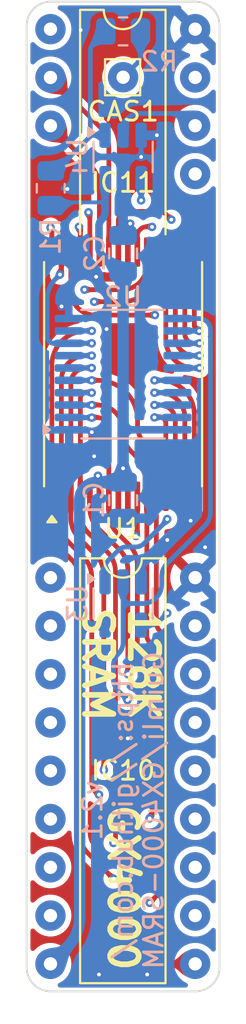
<source format=kicad_pcb>
(kicad_pcb (version 20240108) (generator "pcbnew") (generator_version "8.0")
  (layers (0 "F.Cu" signal) (1 "In1.Cu" signal) (2 "In2.Cu" signal) (31 "B.Cu" signal) (34 "B.Paste" user) (35 "F.Paste" user) (36 "B.SilkS" user "B.Silkscreen") (37 "F.SilkS" user "F.Silkscreen") (38 "B.Mask" user) (39 "F.Mask" user) (44 "Edge.Cuts" user))
  (net 0 "")
  (net 1 "VCC")
  (net 2 "GND")
  (net 3 "/~{OE}")
  (net 4 "/D0")
  (net 5 "/D1")
  (net 6 "/~{RAS}")
  (net 7 "/MA5")
  (net 8 "/MA3")
  (net 9 "/MA2")
  (net 10 "/MA1")
  (net 11 "/MA0")
  (net 12 "/D2")
  (net 13 "/D3")
  (net 14 "/D4")
  (net 15 "/D5")
  (net 16 "/~{WE}")
  (net 17 "/MA6")
  (net 18 "/MA4")
  (net 19 "/MA7")
  (net 20 "/D6")
  (net 21 "/D7")
  (net 22 "/A7")
  (net 23 "/A6")
  (net 24 "/A5")
  (net 25 "/A4")
  (net 26 "/A3")
  (net 27 "/A2")
  (net 28 "/A1")
  (net 29 "/A0")
  (net 30 "Net-(CAS1-Pin_1)")
  (net 31 "/~{CAS0}")
  (net 33 "Net-(U3-Pad1)")
  (net 34 "/~{CAS1}")
  (net 35 "Net-(U1-~{CE1})")
  (footprint "Package_SO:TSOP-I-32_11.8x8mm_P0.5mm" (layer "F.Cu") (at 109.22 67.2238 90)
    (property "Reference" "U1" (at -8.128 0 180) (layer "F.SilkS"))
    (property "Value" "IS61C1024AL-12HLI")
    (fp_line (start 0 -4.16) (end 5.9 -4.16) (stroke (width 0.12)) (layer "F.SilkS"))
    (fp_line (start 0 -4.16) (end -5.9 -4.16) (stroke (width 0.12)) (layer "F.SilkS"))
    (fp_line (start 0 4.16) (end 5.9 4.16) (stroke (width 0.12)) (layer "F.SilkS"))
    (fp_line (start 0 4.16) (end -5.9 4.16) (stroke (width 0.12)) (layer "F.SilkS"))
    (fp_poly (pts (xy -7.46 -3.75) (xy -7.79 -3.99) (xy -7.79 -3.51) (xy -7.46 -3.75)) (stroke (width 0.12)) (fill solid) (layer "F.SilkS"))
    (pad "1" smd roundrect (at -6.425 -3.75 90) (size 1.55 0.3) (layers "F.Cu" "F.Paste" "F.Mask") (net 8 "/MA3"))
    (pad "2" smd roundrect (at -6.425 -3.25 90) (size 1.55 0.3) (layers "F.Cu" "F.Paste" "F.Mask") (net 10 "/MA1"))
    (pad "3" smd roundrect (at -6.425 -2.75 90) (size 1.55 0.3) (layers "F.Cu" "F.Paste" "F.Mask") (net 11 "/MA0"))
    (pad "4" smd roundrect (at -6.425 -2.25 90) (size 1.55 0.3) (layers "F.Cu" "F.Paste" "F.Mask") (net 7 "/MA5"))
    (pad "5" smd roundrect (at -6.425 -1.75 90) (size 1.55 0.3) (layers "F.Cu" "F.Paste" "F.Mask") (net 16 "/~{WE}"))
    (pad "6" smd roundrect (at -6.425 -1.25 90) (size 1.55 0.3) (layers "F.Cu" "F.Paste" "F.Mask") (net 1 "VCC"))
    (pad "7" smd roundrect (at -6.425 -0.75 90) (size 1.55 0.3) (layers "F.Cu" "F.Paste" "F.Mask") (net 19 "/MA7"))
    (pad "8" smd roundrect (at -6.425 -0.25 90) (size 1.55 0.3) (layers "F.Cu" "F.Paste" "F.Mask") (net 1 "VCC"))
    (pad "9" smd roundrect (at -6.425 0.25 90) (size 1.55 0.3) (layers "F.Cu" "F.Paste" "F.Mask"))
    (pad "10" smd roundrect (at -6.425 0.75 90) (size 1.55 0.3) (layers "F.Cu" "F.Paste" "F.Mask") (net 31 "/~{CAS0}"))
    (pad "11" smd roundrect (at -6.425 1.25 90) (size 1.55 0.3) (layers "F.Cu" "F.Paste" "F.Mask") (net 17 "/MA6"))
    (pad "12" smd roundrect (at -6.425 1.75 90) (size 1.55 0.3) (layers "F.Cu" "F.Paste" "F.Mask") (net 18 "/MA4"))
    (pad "13" smd roundrect (at -6.425 2.25 90) (size 1.55 0.3) (layers "F.Cu" "F.Paste" "F.Mask") (net 22 "/A7"))
    (pad "14" smd roundrect (at -6.425 2.75 90) (size 1.55 0.3) (layers "F.Cu" "F.Paste" "F.Mask") (net 23 "/A6"))
    (pad "15" smd roundrect (at -6.425 3.25 90) (size 1.55 0.3) (layers "F.Cu" "F.Paste" "F.Mask") (net 24 "/A5"))
    (pad "16" smd roundrect (at -6.425 3.75 90) (size 1.55 0.3) (layers "F.Cu" "F.Paste" "F.Mask") (net 25 "/A4"))
    (pad "17" smd roundrect (at 6.425 3.75 90) (size 1.55 0.3) (layers "F.Cu" "F.Paste" "F.Mask") (net 26 "/A3"))
    (pad "18" smd roundrect (at 6.425 3.25 90) (size 1.55 0.3) (layers "F.Cu" "F.Paste" "F.Mask") (net 27 "/A2"))
    (pad "19" smd roundrect (at 6.425 2.75 90) (size 1.55 0.3) (layers "F.Cu" "F.Paste" "F.Mask") (net 28 "/A1"))
    (pad "20" smd roundrect (at 6.425 2.25 90) (size 1.55 0.3) (layers "F.Cu" "F.Paste" "F.Mask") (net 29 "/A0"))
    (pad "21" smd roundrect (at 6.425 1.75 90) (size 1.55 0.3) (layers "F.Cu" "F.Paste" "F.Mask") (net 4 "/D0"))
    (pad "22" smd roundrect (at 6.425 1.25 90) (size 1.55 0.3) (layers "F.Cu" "F.Paste" "F.Mask") (net 5 "/D1"))
    (pad "23" smd roundrect (at 6.425 0.75 90) (size 1.55 0.3) (layers "F.Cu" "F.Paste" "F.Mask") (net 12 "/D2"))
    (pad "24" smd roundrect (at 6.425 0.25 90) (size 1.55 0.3) (layers "F.Cu" "F.Paste" "F.Mask") (net 2 "GND"))
    (pad "25" smd roundrect (at 6.425 -0.25 90) (size 1.55 0.3) (layers "F.Cu" "F.Paste" "F.Mask") (net 13 "/D3"))
    (pad "26" smd roundrect (at 6.425 -0.75 90) (size 1.55 0.3) (layers "F.Cu" "F.Paste" "F.Mask") (net 14 "/D4"))
    (pad "27" smd roundrect (at 6.425 -1.25 90) (size 1.55 0.3) (layers "F.Cu" "F.Paste" "F.Mask") (net 15 "/D5"))
    (pad "28" smd roundrect (at 6.425 -1.75 90) (size 1.55 0.3) (layers "F.Cu" "F.Paste" "F.Mask") (net 20 "/D6"))
    (pad "29" smd roundrect (at 6.425 -2.25 90) (size 1.55 0.3) (layers "F.Cu" "F.Paste" "F.Mask") (net 21 "/D7"))
    (pad "30" smd roundrect (at 6.425 -2.75 90) (size 1.55 0.3) (layers "F.Cu" "F.Paste" "F.Mask") (net 35 "Net-(U1-~{CE1})"))
    (pad "31" smd roundrect (at 6.425 -3.25 90) (size 1.55 0.3) (layers "F.Cu" "F.Paste" "F.Mask") (net 9 "/MA2"))
    (pad "32" smd roundrect (at 6.425 -3.75 90) (size 1.55 0.3) (layers "F.Cu" "F.Paste" "F.Mask") (net 3 "/~{OE}"))
  )
  (footprint "Package_DIP:DIP-18_W7.62mm_LongPads" (layer "F.Cu") (at 105.395 77.9272)
    (property "Reference" "IC10" (at 3.825 10.15 0) (layer "F.SilkS"))
    (property "Value" "TMS4464")
    (fp_line (start 1.56 -1.016) (end 1.56 21.336) (stroke (width 0.12)) (layer "F.SilkS"))
    (fp_line (start 1.56 21.336) (end 6.06 21.336) (stroke (width 0.12)) (layer "F.SilkS"))
    (fp_line (start 2.81 -1.016) (end 1.56 -1.016) (stroke (width 0.12)) (layer "F.SilkS"))
    (fp_line (start 6.06 -1.016) (end 4.81 -1.016) (stroke (width 0.12)) (layer "F.SilkS"))
    (fp_line (start 6.06 21.336) (end 6.06 -1.016) (stroke (width 0.12)) (layer "F.SilkS"))
    (fp_arc (start 4.81 -1) (mid 3.81 0) (end 2.81 -1) (stroke (width 0.12)) (layer "F.SilkS"))
    (pad "1" thru_hole circle (at 0 0) (size 1.6 1.6) (drill 0.7) (layers "*.Cu" "*.Mask") (net 3 "/~{OE}"))
    (pad "2" thru_hole circle (at 0 2.54) (size 1.6 1.6) (drill 0.7) (layers "*.Cu" "*.Mask") (net 4 "/D0"))
    (pad "3" thru_hole circle (at 0 5.08) (size 1.6 1.6) (drill 0.7) (layers "*.Cu" "*.Mask") (net 5 "/D1"))
    (pad "4" thru_hole circle (at 0 7.62) (size 1.6 1.6) (drill 0.7) (layers "*.Cu" "*.Mask") (net 16 "/~{WE}"))
    (pad "5" thru_hole circle (at 0 10.16) (size 1.6 1.6) (drill 0.7) (layers "*.Cu" "*.Mask") (net 6 "/~{RAS}"))
    (pad "6" thru_hole circle (at 0 12.7) (size 1.6 1.6) (drill 0.7) (layers "*.Cu" "*.Mask") (net 17 "/MA6"))
    (pad "7" thru_hole circle (at 0 15.24) (size 1.6 1.6) (drill 0.7) (layers "*.Cu" "*.Mask") (net 7 "/MA5"))
    (pad "8" thru_hole circle (at 0 17.78) (size 1.6 1.6) (drill 0.7) (layers "*.Cu" "*.Mask") (net 18 "/MA4"))
    (pad "9" thru_hole circle (at 0 20.32) (size 1.6 1.6) (drill 0.7) (layers "*.Cu" "*.Mask") (net 1 "VCC"))
    (pad "10" thru_hole circle (at 7.62 20.32) (size 1.6 1.6) (drill 0.7) (layers "*.Cu" "*.Mask") (net 19 "/MA7"))
    (pad "11" thru_hole circle (at 7.62 17.78) (size 1.6 1.6) (drill 0.7) (layers "*.Cu" "*.Mask") (net 8 "/MA3"))
    (pad "12" thru_hole circle (at 7.62 15.24) (size 1.6 1.6) (drill 0.7) (layers "*.Cu" "*.Mask") (net 9 "/MA2"))
    (pad "13" thru_hole circle (at 7.62 12.7) (size 1.6 1.6) (drill 0.7) (layers "*.Cu" "*.Mask") (net 10 "/MA1"))
    (pad "14" thru_hole circle (at 7.62 10.16) (size 1.6 1.6) (drill 0.7) (layers "*.Cu" "*.Mask") (net 11 "/MA0"))
    (pad "15" thru_hole circle (at 7.62 7.62) (size 1.6 1.6) (drill 0.7) (layers "*.Cu" "*.Mask") (net 12 "/D2"))
    (pad "16" thru_hole circle (at 7.62 5.08) (size 1.6 1.6) (drill 0.7) (layers "*.Cu" "*.Mask") (net 31 "/~{CAS0}"))
    (pad "17" thru_hole circle (at 7.62 2.54) (size 1.6 1.6) (drill 0.7) (layers "*.Cu" "*.Mask") (net 13 "/D3"))
    (pad "18" thru_hole circle (at 7.62 0) (size 1.6 1.6) (drill 0.7) (layers "*.Cu" "*.Mask") (net 2 "GND"))
  )
  (footprint "Connector_Pin:Pin_D0.7mm_L6.5mm_W1.8mm_FlatFork" (layer "F.Cu") (at 109.22 51.6028)
    (property "Reference" "CAS1" (at 0 1.8 0) (layer "F.SilkS"))
    (property "Value" "Conn_01x01")
    (fp_line (start -0.95 -0.95) (end -0.95 0.95) (stroke (width 0.12)) (layer "F.SilkS"))
    (fp_line (start -0.95 0.95) (end 0.9 0.95) (stroke (width 0.12)) (layer "F.SilkS"))
    (fp_line (start 0.9 -0.95) (end -0.95 -0.95) (stroke (width 0.12)) (layer "F.SilkS"))
    (fp_line (start 0.9 -0.9) (end 0.9 -0.95) (stroke (width 0.12)) (layer "F.SilkS"))
    (fp_line (start 0.9 0.95) (end 0.9 -0.9) (stroke (width 0.12)) (layer "F.SilkS"))
    (pad "1" thru_hole circle (at 0 0) (size 1.6 1.6) (drill 0.7) (layers "*.Cu" "*.Mask") (net 30 "Net-(CAS1-Pin_1)"))
  )
  (footprint "Package_DIP:DIP-18_W7.62mm_LongPads" (layer "F.Cu") (at 105.395 49.0728)
    (property "Reference" "IC11" (at 3.825 8.0772 0) (layer "F.SilkS"))
    (property "Value" "TMS4464")
    (fp_line (start 1.56 -1.016) (end 1.56 10.795) (stroke (width 0.12)) (layer "F.SilkS"))
    (fp_line (start 2.81 -1.016) (end 1.56 -1.016) (stroke (width 0.12)) (layer "F.SilkS"))
    (fp_line (start 6.06 -1.016) (end 4.81 -1.016) (stroke (width 0.12)) (layer "F.SilkS"))
    (fp_line (start 6.06 10.795) (end 6.06 -1.016) (stroke (width 0.12)) (layer "F.SilkS"))
    (fp_arc (start 4.81 -1) (mid 3.81 0) (end 2.81 -1) (stroke (width 0.12)) (layer "F.SilkS"))
    (pad "1" thru_hole circle (at 0 0) (size 1.6 1.6) (drill 0.7) (layers "*.Cu" "*.Mask") (net 3 "/~{OE}"))
    (pad "2" thru_hole circle (at 0 2.54) (size 1.6 1.6) (drill 0.7) (layers "*.Cu" "*.Mask") (net 14 "/D4"))
    (pad "3" thru_hole circle (at 0 5.08) (size 1.6 1.6) (drill 0.7) (layers "*.Cu" "*.Mask") (net 15 "/D5"))
    (pad "15" thru_hole circle (at 7.62 7.62) (size 1.6 1.6) (drill 0.7) (layers "*.Cu" "*.Mask") (net 20 "/D6"))
    (pad "16" thru_hole circle (at 7.62 5.08) (size 1.6 1.6) (drill 0.7) (layers "*.Cu" "*.Mask") (net 31 "/~{CAS0}"))
    (pad "17" thru_hole circle (at 7.62 2.54) (size 1.6 1.6) (drill 0.7) (layers "*.Cu" "*.Mask") (net 21 "/D7"))
    (pad "18" thru_hole circle (at 7.62 0) (size 1.6 1.6) (drill 0.7) (layers "*.Cu" "*.Mask") (net 2 "GND"))
  )
  (footprint "Package_TO_SOT_SMD:SOT-23-5" (layer "B.Cu") (at 109.22 55.7938 -90)
    (property "Reference" "U4" (at 0 2.4 90) (layer "B.SilkS") (effects (justify mirror)))
    (property "Value" "74LVC1G08")
    (fp_line (start -0.8 1.56) (end 0 1.56) (stroke (width 0.12)) (layer "B.SilkS"))
    (fp_line (start 0.8 1.56) (end 0 1.56) (stroke (width 0.12)) (layer "B.SilkS"))
    (fp_line (start -0.8 -1.56) (end 0 -1.56) (stroke (width 0.12)) (layer "B.SilkS"))
    (fp_line (start 0.8 -1.56) (end 0 -1.56) (stroke (width 0.12)) (layer "B.SilkS"))
    (fp_poly (pts (xy -1.3 1.51) (xy -1.54 1.84) (xy -1.06 1.84) (xy -1.3 1.51)) (stroke (width 0.12)) (fill solid) (layer "B.SilkS"))
    (pad "1" smd roundrect (at -1.1375 0.95 270) (size 1.325 0.6) (layers "B.Cu" "B.Paste" "B.Mask") (net 34 "/~{CAS1}"))
    (pad "2" smd roundrect (at -1.1375 0 270) (size 1.325 0.6) (layers "B.Cu" "B.Paste" "B.Mask") (net 31 "/~{CAS0}"))
    (pad "3" smd roundrect (at -1.1375 -0.95 270) (size 1.325 0.6) (layers "B.Cu" "B.Paste" "B.Mask") (net 2 "GND"))
    (pad "4" smd roundrect (at 1.1375 -0.95 270) (size 1.325 0.6) (layers "B.Cu" "B.Paste" "B.Mask") (net 33 "Net-(U3-Pad1)"))
    (pad "5" smd roundrect (at 1.1375 0.95 270) (size 1.325 0.6) (layers "B.Cu" "B.Paste" "B.Mask") (net 1 "VCC"))
  )
  (footprint "Capacitor_SMD:C_0805_2012Metric" (layer "B.Cu") (at 109.22 73.8532 -90)
    (property "Reference" "C1" (at 0 1.524 90) (layer "B.SilkS") (effects (justify mirror)))
    (property "Value" "100nF")
    (fp_line (start -0.261252 0.735) (end 0.261252 0.735) (stroke (width 0.12)) (layer "B.SilkS"))
    (fp_line (start -0.261252 -0.735) (end 0.261252 -0.735) (stroke (width 0.12)) (layer "B.SilkS"))
    (pad "1" smd roundrect (at -0.95 0 270) (size 1 1.45) (layers "B.Cu" "B.Paste" "B.Mask") (net 1 "VCC"))
    (pad "2" smd roundrect (at 0.95 0 270) (size 1 1.45) (layers "B.Cu" "B.Paste" "B.Mask") (net 2 "GND"))
  )
  (footprint "Package_SO:TSSOP-20_4.4x6.5mm_P0.65mm" (layer "B.Cu") (at 109.22 67.2238)
    (property "Reference" "U2" (at 0 -4.064 0) (layer "B.SilkS") (effects (justify mirror)))
    (property "Value" "SN74HCT573PWR")
    (fp_line (start -2.2 -3.385) (end 0 -3.385) (stroke (width 0.12)) (layer "B.SilkS"))
    (fp_line (start -2.2 3.385) (end 0 3.385) (stroke (width 0.12)) (layer "B.SilkS"))
    (fp_line (start 2.2 -3.385) (end 0 -3.385) (stroke (width 0.12)) (layer "B.SilkS"))
    (fp_line (start 2.2 3.385) (end 0 3.385) (stroke (width 0.12)) (layer "B.SilkS"))
    (fp_poly (pts (xy -3.86 2.925) (xy -4.19 3.165) (xy -4.19 2.685) (xy -3.86 2.925)) (stroke (width 0.12)) (fill solid) (layer "B.SilkS"))
    (pad "1" smd roundrect (at -2.8625 2.925) (size 1.475 0.4) (layers "B.Cu" "B.Paste" "B.Mask") (net 2 "GND"))
    (pad "2" smd roundrect (at -2.8625 2.275) (size 1.475 0.4) (layers "B.Cu" "B.Paste" "B.Mask") (net 19 "/MA7"))
    (pad "3" smd roundrect (at -2.8625 1.625) (size 1.475 0.4) (layers "B.Cu" "B.Paste" "B.Mask") (net 17 "/MA6"))
    (pad "4" smd roundrect (at -2.8625 0.975) (size 1.475 0.4) (layers "B.Cu" "B.Paste" "B.Mask") (net 7 "/MA5"))
    (pad "5" smd roundrect (at -2.8625 0.325) (size 1.475 0.4) (layers "B.Cu" "B.Paste" "B.Mask") (net 18 "/MA4"))
    (pad "6" smd roundrect (at -2.8625 -0.325) (size 1.475 0.4) (layers "B.Cu" "B.Paste" "B.Mask") (net 11 "/MA0"))
    (pad "7" smd roundrect (at -2.8625 -0.975) (size 1.475 0.4) (layers "B.Cu" "B.Paste" "B.Mask") (net 10 "/MA1"))
    (pad "8" smd roundrect (at -2.8625 -1.625) (size 1.475 0.4) (layers "B.Cu" "B.Paste" "B.Mask") (net 9 "/MA2"))
    (pad "9" smd roundrect (at -2.8625 -2.275) (size 1.475 0.4) (layers "B.Cu" "B.Paste" "B.Mask") (net 8 "/MA3"))
    (pad "10" smd roundrect (at -2.8625 -2.925) (size 1.475 0.4) (layers "B.Cu" "B.Paste" "B.Mask") (net 2 "GND"))
    (pad "11" smd roundrect (at 2.8625 -2.925) (size 1.475 0.4) (layers "B.Cu" "B.Paste" "B.Mask") (net 6 "/~{RAS}"))
    (pad "12" smd roundrect (at 2.8625 -2.275) (size 1.475 0.4) (layers "B.Cu" "B.Paste" "B.Mask") (net 26 "/A3"))
    (pad "13" smd roundrect (at 2.8625 -1.625) (size 1.475 0.4) (layers "B.Cu" "B.Paste" "B.Mask") (net 27 "/A2"))
    (pad "14" smd roundrect (at 2.8625 -0.975) (size 1.475 0.4) (layers "B.Cu" "B.Paste" "B.Mask") (net 28 "/A1"))
    (pad "15" smd roundrect (at 2.8625 -0.325) (size 1.475 0.4) (layers "B.Cu" "B.Paste" "B.Mask") (net 29 "/A0"))
    (pad "16" smd roundrect (at 2.8625 0.325) (size 1.475 0.4) (layers "B.Cu" "B.Paste" "B.Mask") (net 25 "/A4"))
    (pad "17" smd roundrect (at 2.8625 0.975) (size 1.475 0.4) (layers "B.Cu" "B.Paste" "B.Mask") (net 24 "/A5"))
    (pad "18" smd roundrect (at 2.8625 1.625) (size 1.475 0.4) (layers "B.Cu" "B.Paste" "B.Mask") (net 23 "/A6"))
    (pad "19" smd roundrect (at 2.8625 2.275) (size 1.475 0.4) (layers "B.Cu" "B.Paste" "B.Mask") (net 22 "/A7"))
    (pad "20" smd roundrect (at 2.8625 2.925) (size 1.475 0.4) (layers "B.Cu" "B.Paste" "B.Mask") (net 1 "VCC"))
  )
  (footprint "Package_TO_SOT_SMD:SOT-23-5" (layer "B.Cu") (at 109.22 79.2888 -90)
    (property "Reference" "U3" (at 0 2.4 90) (layer "B.SilkS") (effects (justify mirror)))
    (property "Value" "74LVC1G32")
    (fp_line (start -0.8 1.56) (end 0 1.56) (stroke (width 0.12)) (layer "B.SilkS"))
    (fp_line (start 0.8 1.56) (end 0 1.56) (stroke (width 0.12)) (layer "B.SilkS"))
    (fp_line (start -0.8 -1.56) (end 0 -1.56) (stroke (width 0.12)) (layer "B.SilkS"))
    (fp_line (start 0.8 -1.56) (end 0 -1.56) (stroke (width 0.12)) (layer "B.SilkS"))
    (fp_poly (pts (xy -1.3 1.51) (xy -1.54 1.84) (xy -1.06 1.84) (xy -1.3 1.51)) (stroke (width 0.12)) (fill solid) (layer "B.SilkS"))
    (pad "1" smd roundrect (at -1.1375 0.95 270) (size 1.325 0.6) (layers "B.Cu" "B.Paste" "B.Mask") (net 33 "Net-(U3-Pad1)"))
    (pad "2" smd roundrect (at -1.1375 0 270) (size 1.325 0.6) (layers "B.Cu" "B.Paste" "B.Mask") (net 6 "/~{RAS}"))
    (pad "3" smd roundrect (at -1.1375 -0.95 270) (size 1.325 0.6) (layers "B.Cu" "B.Paste" "B.Mask") (net 2 "GND"))
    (pad "4" smd roundrect (at 1.1375 -0.95 270) (size 1.325 0.6) (layers "B.Cu" "B.Paste" "B.Mask") (net 35 "Net-(U1-~{CE1})"))
    (pad "5" smd roundrect (at 1.1375 0.95 270) (size 1.325 0.6) (layers "B.Cu" "B.Paste" "B.Mask") (net 1 "VCC"))
  )
  (footprint "Resistor_SMD:R_0805_2012Metric" (layer "B.Cu") (at 105.41 57.4448 90)
    (property "Reference" "R1" (at -2.54 0 90) (layer "B.SilkS") (effects (justify mirror)))
    (property "Value" "47k")
    (fp_line (start -0.227064 -0.735) (end 0.227064 -0.735) (stroke (width 0.12)) (layer "B.SilkS"))
    (fp_line (start -0.227064 0.735) (end 0.227064 0.735) (stroke (width 0.12)) (layer "B.SilkS"))
    (pad "1" smd roundrect (at -0.9125 0 90) (size 1.025 1.4) (layers "B.Cu" "B.Paste" "B.Mask") (roundrect_rratio 0.243902) (net 1 "VCC"))
    (pad "2" smd roundrect (at 0.9125 0 90) (size 1.025 1.4) (layers "B.Cu" "B.Paste" "B.Mask") (roundrect_rratio 0.243902) (net 34 "/~{CAS1}"))
  )
  (footprint "Resistor_SMD:R_0805_2012Metric" (layer "B.Cu") (at 109.22 49.1898 180)
    (property "Reference" "R2" (at -1.905 -1.5875 0) (layer "B.SilkS") (effects (justify mirror)))
    (property "Value" "33")
    (fp_line (start 0.227064 0.735) (end -0.227064 0.735) (stroke (width 0.12)) (layer "B.SilkS"))
    (fp_line (start 0.227064 -0.735) (end -0.227064 -0.735) (stroke (width 0.12)) (layer "B.SilkS"))
    (pad "1" smd roundrect (at -0.9125 0 180) (size 1.025 1.4) (layers "B.Cu" "B.Paste" "B.Mask") (roundrect_rratio 0.243902) (net 30 "Net-(CAS1-Pin_1)"))
    (pad "2" smd roundrect (at 0.9125 0 180) (size 1.025 1.4) (layers "B.Cu" "B.Paste" "B.Mask") (roundrect_rratio 0.243902) (net 34 "/~{CAS1}"))
  )
  (footprint "Capacitor_SMD:C_0805_2012Metric" (layer "B.Cu") (at 109.22 60.8738 90)
    (property "Reference" "C2" (at 0.0038 -1.49 90) (layer "B.SilkS") (effects (justify mirror)))
    (property "Value" "100nF")
    (fp_line (start -0.261252 -0.735) (end 0.261252 -0.735) (stroke (width 0.12)) (layer "B.SilkS"))
    (fp_line (start -0.261252 0.735) (end 0.261252 0.735) (stroke (width 0.12)) (layer "B.SilkS"))
    (pad "1" smd roundrect (at -0.95 0 90) (size 1 1.45) (layers "B.Cu" "B.Paste" "B.Mask") (net 1 "VCC"))
    (pad "2" smd roundrect (at 0.95 0 90) (size 1 1.45) (layers "B.Cu" "B.Paste" "B.Mask") (net 2 "GND"))
  )
  (gr_line (start 104.14 98.425) (end 104.14 48.895) (stroke (width 0.1)) (layer "Edge.Cuts"))
  (gr_arc (start 105.41 99.695) (mid 104.511974 99.323026) (end 104.14 98.425) (stroke (width 0.1)) (layer "Edge.Cuts"))
  (gr_line (start 105.41 47.625) (end 113.03 47.625) (stroke (width 0.1)) (layer "Edge.Cuts"))
  (gr_arc (start 113.03 47.625) (mid 113.928026 47.996974) (end 114.3 48.895) (stroke (width 0.1)) (layer "Edge.Cuts"))
  (gr_line (start 114.3 48.895) (end 114.3 98.425) (stroke (width 0.1)) (layer "Edge.Cuts"))
  (gr_arc (start 104.14 48.895) (mid 104.511974 47.996974) (end 105.41 47.625) (stroke (width 0.1)) (layer "Edge.Cuts"))
  (gr_arc (start 114.3 98.425) (mid 113.928026 99.323026) (end 113.03 99.695) (stroke (width 0.1)) (layer "Edge.Cuts"))
  (gr_line (start 113.03 99.695) (end 105.41 99.695) (stroke (width 0.1)) (layer "Edge.Cuts"))
  (gr_text "v2.1\nhttps://github.com/\nGuimli/GX4000-SRAM" (at 109.22 90.17 90) (layer "B.SilkS") (effects (font (size 1 1)) (justify mirror)))
  (gr_text "128K\nSRAM" (at 109.093 82.4892 270) (layer "F.SilkS") (effects (font (size 1.5 1.5) (thickness 0.3))))
  (gr_text "GX4000" (at 109.22 94.234 270) (layer "F.SilkS") (effects (font (size 1.5 1.5) (thickness 0.3))))
  (segment (start 107.8955 72.5678) (end 107.97 72.6423) (width 0.25) (layer "F.Cu") (net 1))
  (segment (start 108.97 72.4272) (end 108.97 73.6488) (width 0.25) (layer "F.Cu") (net 1))
  (segment (start 107.97 72.6423) (end 107.97 73.6488) (width 0.25) (layer "F.Cu") (net 1))
  (segment (start 109.22 72.1772) (end 108.97 72.4272) (width 0.25) (layer "F.Cu") (net 1))
  (via (at 107.8955 72.5678) (size 0.45) (drill 0.2) (layers "F.Cu" "B.Cu") (net 1))
  (via (at 109.22 72.1772) (size 0.45) (drill 0.2) (layers "F.Cu" "B.Cu") (net 1))
  (segment (start 105.581811 58.185489) (end 108.27 58.185489) (width 0.2) (layer "B.Cu") (net 1))
  (segment (start 106.932079 73.851191) (end 106.934 73.84927) (width 0.6) (layer "B.Cu") (net 1))
  (segment (start 108.096447 60.936347) (end 108.9839 61.8238) (width 0.4) (layer "B.Cu") (net 1))
  (segment (start 108.27 80.4263) (end 107.634 80.4263) (width 0.4) (layer "B.Cu") (net 1))
  (segment (start 108.123553 59.056447) (end 108.096446 59.083554) (width 0.4) (layer "B.Cu") (net 1))
  (segment (start 105.41 58.3573) (end 105.581811 58.185489) (width 0.2) (layer "B.Cu") (net 1))
  (segment (start 108.9839 61.8238) (end 109.22 61.8238) (width 0.4) (layer "B.Cu") (net 1))
  (segment (start 109.22 61.8238) (end 109.22 72.1772) (width 0.6) (layer "B.Cu") (net 1))
  (segment (start 107.88007 72.9032) (end 109.22 72.9032) (width 0.6) (layer "B.Cu") (net 1))
  (segment (start 108.27 56.9313) (end 108.27 58.185489) (width 0.4) (layer "B.Cu") (net 1))
  (segment (start 106.934 95.797095) (end 106.932079 95.795174) (width 0.6) (layer "B.Cu") (net 1))
  (segment (start 106.932079 95.795174) (end 106.932079 73.851191) (width 0.6) (layer "B.Cu") (net 1))
  (segment (start 112.0825 70.1488) (end 109.72 70.1488) (width 0.4) (layer "B.Cu") (net 1))
  (segment (start 107.95 59.437107) (end 107.95 60.582793) (width 0.4) (layer "B.Cu") (net 1))
  (segment (start 109.22 72.9032) (end 109.22 72.1772) (width 0.6) (layer "B.Cu") (net 1))
  (segment (start 108.27 58.702893) (end 108.27 58.185489) (width 0.4) (layer "B.Cu") (net 1))
  (segment (start 105.395 98.2472) (end 106.289751 97.352449) (width 0.6) (layer "B.Cu") (net 1))
  (arc (start 109.32 70.5488) (mid 109.437157 70.265957) (end 109.72 70.1488) (width 0.4) (layer "B.Cu") (net 1))
  (arc (start 107.634 80.4263) (mid 107.209736 80.250564) (end 107.034 79.8263) (width 0.4) (layer "B.Cu") (net 1))
  (arc (start 108.096447 60.936347) (mid 107.98806 60.774135) (end 107.95 60.582793) (width 0.4) (layer "B.Cu") (net 1))
  (arc (start 108.096446 59.083554) (mid 107.98806 59.245766) (end 107.95 59.437107) (width 0.4) (layer "B.Cu") (net 1))
  (arc (start 107.634 80.4263) (mid 107.209736 80.602036) (end 107.034 81.0263) (width 0.4) (layer "B.Cu") (net 1))
  (arc (start 106.289751 97.352449) (mid 106.766565 96.638847) (end 106.934 95.797095) (width 0.6) (layer "B.Cu") (net 1))
  (arc (start 109.72 70.1488) (mid 109.437157 70.031643) (end 109.32 69.7488) (width 0.4) (layer "B.Cu") (net 1))
  (arc (start 108.27 58.702893) (mid 108.23194 58.894235) (end 108.123553 59.056447) (width 0.4) (layer "B.Cu") (net 1))
  (arc (start 106.934 73.84927) (mid 107.211097 73.180297) (end 107.88007 72.9032) (width 0.6) (layer "B.Cu") (net 1))
  (segment (start 109.47 61.6) (end 109.47 60.7988) (width 0.25) (layer "F.Cu") (net 2))
  (segment (start 109.47 60.7988) (end 109.47 59.4293) (width 0.25) (layer "F.Cu") (net 2))
  (segment (start 107.8 62.1) (end 108.97 62.1) (width 0.25) (layer "F.Cu") (net 2))
  (segment (start 109.47 59.4293) (end 109.5955 59.3038) (width 0.25) (layer "F.Cu") (net 2))
  (via (at 110.49 98.806) (size 0.45) (drill 0.2) (layers "F.Cu" "B.Cu") (net 2))
  (via (at 109.5955 59.3038) (size 0.45) (drill 0.2) (layers "F.Cu" "B.Cu") (net 2))
  (via (at 106.29 57.48) (size 0.45) (drill 0.2) (layers "F.Cu" "B.Cu") (net 2))
  (via (at 110.998 54.6508) (size 0.45) (drill 0.2) (layers "F.Cu" "B.Cu") (net 2))
  (via (at 113.538 76.327) (size 0.45) (drill 0.2) (layers "F.Cu" "B.Cu") (net 2))
  (via (at 107.696 71.5418) (size 0.45) (drill 0.2) (layers "F.Cu" "B.Cu") (net 2))
  (via (at 107.95 98.806) (size 0.45) (drill 0.2) (layers "F.Cu" "B.Cu") (net 2))
  (via (at 106.9848 49.1236) (size 0.45) (drill 0.2) (layers "F.Cu" "B.Cu") (net 2))
  (via (at 112.776 74.93) (size 0.45) (drill 0.2) (layers "F.Cu" "B.Cu") (net 2))
  (via (at 107.8 62.1) (size 0.45) (drill 0.2) (layers "F.Cu" "B.Cu") (net 2))
  (via (at 111.545 75.946) (size 0.45) (drill 0.2) (layers "F.Cu" "B.Cu") (net 2))
  (via (at 105.98 63.66) (size 0.45) (drill 0.2) (layers "F.Cu" "B.Cu") (net 2))
  (via (at 107.569 70.2718) (size 0.45) (drill 0.2) (layers "F.Cu" "B.Cu") (net 2))
  (via (at 109.4645 86.3854) (size 0.45) (drill 0.2) (layers "F.Cu" "B.Cu") (net 2))
  (via (at 108.35 64.85) (size 0.45) (drill 0.2) (layers "F.Cu" "B.Cu") (net 2))
  (via (at 110.17 55.7938) (size 0.45) (drill 0.2) (layers "F.Cu" "B.Cu") (net 2))
  (arc (start 109.47 61.6) (mid 109.323553 61.953553) (end 108.97 62.1) (width 0.25) (layer "F.Cu") (net 2))
  (segment (start 110.17 55.7938) (end 109.4332 55.7938) (width 0.25) (layer "B.Cu") (net 2))
  (segment (start 111.545 75.946) (end 110.17 77.321) (width 0.4) (layer "B.Cu") (net 2))
  (segment (start 110.17 55.7938) (end 110.9118 55.7938) (width 0.25) (layer "B.Cu") (net 2))
  (segment (start 110.17 77.321) (end 110.17 78.1513) (width 0.4) (layer "B.Cu") (net 2))
  (segment (start 109.5955 59.5483) (end 109.22 59.9238) (width 0.4) (layer "B.Cu") (net 2))
  (segment (start 110.17 54.6563) (end 110.17 55.7938) (width 0.25) (layer "B.Cu") (net 2))
  (segment (start 109.5955 59.3038) (end 109.5955 59.5483) (width 0.4) (layer "B.Cu") (net 2))
  (segment (start 105.47 59.58) (end 105.47 60.7988) (width 0.25) (layer "F.Cu") (net 3))
  (segment (start 105.4 59.51) (end 105.47 59.58) (width 0.25) (layer "F.Cu") (net 3))
  (via (at 105.4 59.51) (size 0.45) (drill 0.2) (layers "F.Cu" "B.Cu") (net 3))
  (segment (start 110.97 61.6138) (end 110.97 60.7988) (width 0.25) (layer "F.Cu") (net 4))
  (segment (start 107.696 63.4138) (end 109.17 63.4138) (width 0.25) (layer "F.Cu") (net 4))
  (via (at 107.696 63.4138) (size 0.45) (drill 0.2) (layers "F.Cu" "B.Cu") (net 4))
  (arc (start 110.97 61.6138) (mid 110.442792 62.886592) (end 109.17 63.4138) (width 0.25) (layer "F.Cu") (net 4))
  (segment (start 110.47 61.4788) (end 110.47 60.7988) (width 0.25) (layer "F.Cu") (net 5))
  (segment (start 107.188 62.7788) (end 109.17 62.7788) (width 0.25) (layer "F.Cu") (net 5))
  (via (at 107.188 62.7788) (size 0.45) (drill 0.2) (layers "F.Cu" "B.Cu") (net 5))
  (arc (start 110.47 61.4788) (mid 110.089239 62.398039) (end 109.17 62.7788) (width 0.25) (layer "F.Cu") (net 5))
  (via (at 109.4486 84.3688) (size 0.45) (drill 0.2) (layers "F.Cu" "B.Cu") (net 6))
  (segment (start 113.820141 74.487645) (end 113.820141 64.895491) (width 0.25) (layer "B.Cu") (net 6))
  (segment (start 108.712 83.280118) (end 108.712 82.541482) (width 0.25) (layer "B.Cu") (net 6))
  (segment (start 113.22345 64.2988) (end 112.0825 64.2988) (width 0.25) (layer "B.Cu") (net 6))
  (segment (start 108.960959 81.940441) (end 108.971041 81.930359) (width 0.25) (layer "B.Cu") (net 6))
  (segment (start 109.22 78.8888) (end 109.22 79.6888) (width 0.25) (layer "B.Cu") (net 6))
  (segment (start 109.62 79.2888) (end 110.252 79.2888) (width 0.25) (layer "B.Cu") (net 6))
  (segment (start 111.544893 77.177107) (end 113.527248 75.194752) (width 0.25) (layer "B.Cu") (net 6))
  (segment (start 109.22 78.1513) (end 109.22 78.8888) (width 0.25) (layer "B.Cu") (net 6))
  (segment (start 109.4486 84.3688) (end 108.960959 83.881159) (width 0.25) (layer "B.Cu") (net 6))
  (segment (start 109.22 81.329318) (end 109.22 79.6888) (width 0.25) (layer "B.Cu") (net 6))
  (segment (start 111.252 78.2888) (end 111.252 77.884214) (width 0.25) (layer "B.Cu") (net 6))
  (arc (start 108.971041 81.930359) (mid 109.155298 81.654599) (end 109.22 81.329318) (width 0.25) (layer "B.Cu") (net 6))
  (arc (start 108.712 83.280118) (mid 108.776702 83.605399) (end 108.960959 83.881159) (width 0.25) (layer "B.Cu") (net 6))
  (arc (start 113.820141 64.895491) (mid 113.645374 64.473567) (end 113.22345 64.2988) (width 0.25) (layer "B.Cu") (net 6))
  (arc (start 111.544893 77.177107) (mid 111.32812 77.50153) (end 111.252 77.884214) (width 0.25) (layer "B.Cu") (net 6))
  (arc (start 109.22 79.6888) (mid 109.337157 79.405957) (end 109.62 79.2888) (width 0.25) (layer "B.Cu") (net 6))
  (arc (start 110.252 79.2888) (mid 110.959107 78.995907) (end 111.252 78.2888) (width 0.25) (layer "B.Cu") (net 6))
  (arc (start 109.22 78.8888) (mid 109.337157 79.171643) (end 109.62 79.2888) (width 0.25) (layer "B.Cu") (net 6))
  (arc (start 108.712 82.541482) (mid 108.776702 82.216201) (end 108.960959 81.940441) (width 0.25) (layer "B.Cu") (net 6))
  (arc (start 113.820141 74.487645) (mid 113.744021 74.870328) (end 113.527248 75.194752) (width 0.25) (layer "B.Cu") (net 6))
  (segment (start 108.712 91.8872) (end 108.82 91.7792) (width 0.25) (layer "F.Cu") (net 7))
  (segment (start 106.97 74.53788) (end 106.97 73.6488) (width 0.25) (layer "F.Cu") (net 7))
  (segment (start 108.82 91.7792) (end 108.82 77.63052) (width 0.25) (layer "F.Cu") (net 7))
  (segment (start 108.38066 76.56986) (end 107.40934 75.59854) (width 0.25) (layer "F.Cu") (net 7))
  (segment (start 106.97 73.6488) (end 106.97 68.4988) (width 0.25) (layer "F.Cu") (net 7))
  (segment (start 107.27 68.1988) (end 107.569 68.1988) (width 0.25) (layer "F.Cu") (net 7))
  (via (at 108.712 91.8872) (size 0.45) (drill 0.2) (layers "F.Cu" "B.Cu") (net 7))
  (via (at 107.569 68.1988) (size 0.45) (drill 0.2) (layers "F.Cu" "B.Cu") (net 7))
  (arc (start 106.97 68.4988) (mid 107.057868 68.286668) (end 107.27 68.1988) (width 0.25) (layer "F.Cu") (net 7))
  (arc (start 106.97 74.53788) (mid 107.084181 75.111905) (end 107.40934 75.59854) (width 0.25) (layer "F.Cu") (net 7))
  (arc (start 108.82 77.63052) (mid 108.705819 77.056495) (end 108.38066 76.56986) (width 0.25) (layer "F.Cu") (net 7))
  (segment (start 107.569 68.1988) (end 106.3575 68.1988) (width 0.25) (layer "B.Cu") (net 7))
  (segment (start 106.49466 76.96986) (end 105.90934 76.38454) (width 0.25) (layer "F.Cu") (net 8))
  (segment (start 105.47 75.32388) (end 105.47 73.6488) (width 0.25) (layer "F.Cu") (net 8))
  (segment (start 106.934 91.36748) (end 106.934 78.03052) (width 0.25) (layer "F.Cu") (net 8))
  (segment (start 107.27 64.9488) (end 107.569 64.9488) (width 0.25) (layer "F.Cu") (net 8))
  (segment (start 108.712 93.7668) (end 107.37334 92.42814) (width 0.25) (layer "F.Cu") (net 8))
  (segment (start 105.47 73.6488) (end 105.47 66.7488) (width 0.25) (layer "F.Cu") (net 8))
  (via (at 108.712 93.7668) (size 0.45) (drill 0.2) (layers "F.Cu" "B.Cu") (net 8))
  (via (at 107.569 64.9488) (size 0.45) (drill 0.2) (layers "F.Cu" "B.Cu") (net 8))
  (arc (start 106.49466 76.96986) (mid 106.819819 77.456495) (end 106.934 78.03052) (width 0.25) (layer "F.Cu") (net 8))
  (arc (start 105.90934 76.38454) (mid 105.584181 75.897905) (end 105.47 75.32388) (width 0.25) (layer "F.Cu") (net 8))
  (arc (start 106.934 91.36748) (mid 107.048181 91.941505) (end 107.37334 92.42814) (width 0.25) (layer "F.Cu") (net 8))
  (arc (start 107.27 64.9488) (mid 105.997208 65.476008) (end 105.47 66.7488) (width 0.25) (layer "F.Cu") (net 8))
  (segment (start 106.3575 64.9488) (end 107.569 64.9488) (width 0.25) (layer "B.Cu") (net 8))
  (segment (start 105.895079 61.984072) (end 105.97 61.909151) (width 0.25) (layer "F.Cu") (net 9))
  (segment (start 105.97 61.909151) (end 105.97 60.7988) (width 0.25) (layer "F.Cu") (net 9))
  (via (at 107.569 65.5988) (size 0.45) (drill 0.2) (layers "F.Cu" "B.Cu") (net 9))
  (via (at 105.895079 61.984072) (size 0.45) (drill 0.2) (layers "F.Cu" "B.Cu") (net 9))
  (segment (start 105.22 63.280471) (end 105.22 65.248066) (width 0.25) (layer "B.Cu") (net 9))
  (segment (start 106.3575 65.5988) (end 107.569 65.5988) (width 0.25) (layer "B.Cu") (net 9))
  (segment (start 105.895079 61.984072) (end 105.65934 62.219811) (width 0.25) (layer "B.Cu") (net 9))
  (segment (start 105.570734 65.5988) (end 106.3575 65.5988) (width 0.25) (layer "B.Cu") (net 9))
  (arc (start 105.22 63.280471) (mid 105.334181 62.706446) (end 105.65934 62.219811) (width 0.25) (layer "B.Cu") (net 9))
  (arc (start 105.22 65.248066) (mid 105.322728 65.496072) (end 105.570734 65.5988) (width 0.25) (layer "B.Cu") (net 9))
  (segment (start 107.27 66.2488) (end 107.569 66.2488) (width 0.25) (layer "F.Cu") (net 10))
  (segment (start 107.12966 76.84286) (end 106.40934 76.12254) (width 0.25) (layer "F.Cu") (net 10))
  (segment (start 107.569 88.725755) (end 107.569 77.90352) (width 0.25) (layer "F.Cu") (net 10))
  (segment (start 105.97 75.06188) (end 105.97 73.6488) (width 0.25) (layer "F.Cu") (net 10))
  (segment (start 105.97 73.6488) (end 105.97 67.5488) (width 0.25) (layer "F.Cu") (net 10))
  (segment (start 107.95 89.3472) (end 107.73902 89.13622) (width 0.25) (layer "F.Cu") (net 10))
  (via (at 107.95 89.3472) (size 0.45) (drill 0.2) (layers "F.Cu" "B.Cu") (net 10))
  (via (at 107.569 66.2488) (size 0.45) (drill 0.2) (layers "F.Cu" "B.Cu") (net 10))
  (arc (start 107.27 66.2488) (mid 106.350761 66.629561) (end 105.97 67.5488) (width 0.25) (layer "F.Cu") (net 10))
  (arc (start 107.569 88.725755) (mid 107.613187 88.947897) (end 107.73902 89.13622) (width 0.25) (layer "F.Cu") (net 10))
  (arc (start 106.40934 76.12254) (mid 106.084181 75.635905) (end 105.97 75.06188) (width 0.25) (layer "F.Cu") (net 10))
  (arc (start 107.12966 76.84286) (mid 107.454819 77.329495) (end 107.569 77.90352) (width 0.25) (layer "F.Cu") (net 10))
  (segment (start 107.569 66.2488) (end 106.3575 66.2488) (width 0.25) (layer "B.Cu") (net 10))
  (segment (start 106.47 74.79988) (end 106.47 73.6488) (width 0.25) (layer "F.Cu") (net 11))
  (segment (start 107.27 66.8988) (end 107.569 66.8988) (width 0.25) (layer "F.Cu") (net 11))
  (segment (start 108.204 88.0518) (end 108.204 77.77652) (width 0.25) (layer "F.Cu") (net 11))
  (segment (start 106.47 73.6488) (end 106.47 67.6988) (width 0.25) (layer "F.Cu") (net 11))
  (segment (start 107.76466 76.71586) (end 106.90934 75.86054) (width 0.25) (layer "F.Cu") (net 11))
  (via (at 108.204 88.0518) (size 0.45) (drill 0.2) (layers "F.Cu" "B.Cu") (net 11))
  (via (at 107.569 66.8988) (size 0.45) (drill 0.2) (layers "F.Cu" "B.Cu") (net 11))
  (arc (start 107.27 66.8988) (mid 106.704315 67.133115) (end 106.47 67.6988) (width 0.25) (layer "F.Cu") (net 11))
  (arc (start 106.47 74.79988) (mid 106.584181 75.373905) (end 106.90934 75.86054) (width 0.25) (layer "F.Cu") (net 11))
  (arc (start 108.204 77.77652) (mid 108.089819 77.202495) (end 107.76466 76.71586) (width 0.25) (layer "F.Cu") (net 11))
  (segment (start 106.3575 66.8988) (end 107.569 66.8988) (width 0.25) (layer "B.Cu") (net 11))
  (segment (start 109.97 59.925685) (end 109.97 60.7988) (width 0.25) (layer "F.Cu") (net 12))
  (segment (start 110.136042 59.593958) (end 110.087157 59.642843) (width 0.25) (layer "F.Cu") (net 12))
  (segment (start 110.7445 59.4768) (end 110.418885 59.4768) (width 0.25) (layer "F.Cu") (net 12))
  (via (at 110.7445 59.4768) (size 0.45) (drill 0.2) (layers "F.Cu" "B.Cu") (net 12))
  (arc (start 110.087157 59.642843) (mid 110.000448 59.772612) (end 109.97 59.925685) (width 0.25) (layer "F.Cu") (net 12))
  (arc (start 110.136042 59.593958) (mid 110.265811 59.507249) (end 110.418885 59.4768) (width 0.25) (layer "F.Cu") (net 12))
  (segment (start 111.120893 58.6638) (end 109.47 58.6638) (width 0.25) (layer "F.Cu") (net 13))
  (segment (start 111.76 59.0958) (end 111.474446 58.810246) (width 0.25) (layer "F.Cu") (net 13))
  (segment (start 108.97 59.1638) (end 108.97 60.7988) (width 0.25) (layer "F.Cu") (net 13))
  (via (at 111.76 59.0958) (size 0.45) (drill 0.2) (layers "F.Cu" "B.Cu") (net 13))
  (arc (start 109.47 58.6638) (mid 109.116447 58.810247) (end 108.97 59.1638) (width 0.25) (layer "F.Cu") (net 13))
  (arc (start 111.120893 58.6638) (mid 111.312234 58.70186) (end 111.474446 58.810246) (width 0.25) (layer "F.Cu") (net 13))
  (segment (start 108.03066 54.24846) (end 105.395 51.6128) (width 0.25) (layer "F.Cu") (net 14))
  (segment (start 108.47 60.7988) (end 108.47 55.30912) (width 0.25) (layer "F.Cu") (net 14))
  (arc (start 108.47 55.30912) (mid 108.355819 54.735095) (end 108.03066 54.24846) (width 0.25) (layer "F.Cu") (net 14))
  (segment (start 107.97 60.7988) (end 107.97 57.34912) (width 0.25) (layer "F.Cu") (net 15))
  (segment (start 107.53066 56.28846) (end 105.395 54.1528) (width 0.25) (layer "F.Cu") (net 15))
  (arc (start 107.97 57.34912) (mid 107.855819 56.775095) (end 107.53066 56.28846) (width 0.25) (layer "F.Cu") (net 15))
  (segment (start 109.474 83.0072) (end 109.47 83.0032) (width 0.25) (layer "F.Cu") (net 16))
  (segment (start 109.47 83.0032) (end 109.47 77.51852) (width 0.25) (layer "F.Cu") (net 16))
  (segment (start 109.03066 76.45786) (end 107.90934 75.33654) (width 0.25) (layer "F.Cu") (net 16))
  (segment (start 107.47 74.27588) (end 107.47 73.6488) (width 0.25) (layer "F.Cu") (net 16))
  (via (at 109.474 83.0072) (size 0.45) (drill 0.2) (layers "F.Cu" "B.Cu") (net 16))
  (arc (start 109.47 77.51852) (mid 109.355819 76.944495) (end 109.03066 76.45786) (width 0.25) (layer "F.Cu") (net 16))
  (arc (start 107.90934 75.33654) (mid 107.584181 74.849905) (end 107.47 74.27588) (width 0.25) (layer "F.Cu") (net 16))
  (segment (start 110.03066 71.67666) (end 109.65934 71.30534) (width 0.25) (layer "F.Cu") (net 17))
  (segment (start 110.612198 81.315998) (end 110.601802 81.305602) (width 0.25) (layer "F.Cu") (net 17))
  (segment (start 107.87 68.8488) (end 107.569 68.8488) (width 0.25) (layer "F.Cu") (net 17))
  (segment (start 110.744 90.4648) (end 110.744 81.634196) (width 0.25) (layer "F.Cu") (net 17))
  (segment (start 110.47 80.987404) (end 110.47 73.6488) (width 0.25) (layer "F.Cu") (net 17))
  (segment (start 110.617 90.5918) (end 110.744 90.4648) (width 0.25) (layer "F.Cu") (net 17))
  (segment (start 110.47 73.6488) (end 110.47 72.73732) (width 0.25) (layer "F.Cu") (net 17))
  (segment (start 109.22 70.24468) (end 109.22 70.1988) (width 0.25) (layer "F.Cu") (net 17))
  (via (at 110.617 90.5918) (size 0.45) (drill 0.2) (layers "F.Cu" "B.Cu") (net 17))
  (via (at 107.569 68.8488) (size 0.45) (drill 0.2) (layers "F.Cu" "B.Cu") (net 17))
  (arc (start 107.87 68.8488) (mid 108.824594 69.244206) (end 109.22 70.1988) (width 0.25) (layer "F.Cu") (net 17))
  (arc (start 110.612198 81.315998) (mid 110.709746 81.461988) (end 110.744 81.634196) (width 0.25) (layer "F.Cu") (net 17))
  (arc (start 109.65934 71.30534) (mid 109.334181 70.818705) (end 109.22 70.24468) (width 0.25) (layer "F.Cu") (net 17))
  (arc (start 110.601802 81.305602) (mid 110.504254 81.159612) (end 110.47 80.987404) (width 0.25) (layer "F.Cu") (net 17))
  (arc (start 110.03066 71.67666) (mid 110.355819 72.163295) (end 110.47 72.73732) (width 0.25) (layer "F.Cu") (net 17))
  (segment (start 106.3575 68.8488) (end 107.569 68.8488) (width 0.25) (layer "B.Cu") (net 17))
  (segment (start 109.982 69.6488) (end 109.982 69.90448) (width 0.25) (layer "F.Cu") (net 18))
  (segment (start 111.379 93.65348) (end 111.379 81.223039) (width 0.25) (layer "F.Cu") (net 18))
  (segment (start 107.569 67.5488) (end 107.882 67.5488) (width 0.25) (layer "F.Cu") (net 18))
  (segment (start 111.188619 80.763419) (end 111.16038 80.73518) (width 0.25) (layer "F.Cu") (net 18))
  (segment (start 110.97 80.275561) (end 110.97 73.6488) (width 0.25) (layer "F.Cu") (net 18))
  (segment (start 110.617 95.0368) (end 110.93966 94.71414) (width 0.25) (layer "F.Cu") (net 18))
  (segment (start 110.97 72.13512) (end 110.97 73.6488) (width 0.25) (layer "F.Cu") (net 18))
  (segment (start 110.42134 70.96514) (end 110.53066 71.07446) (width 0.25) (layer "F.Cu") (net 18))
  (via (at 110.617 95.0368) (size 0.45) (drill 0.2) (layers "F.Cu" "B.Cu") (net 18))
  (via (at 107.569 67.5488) (size 0.45) (drill 0.2) (layers "F.Cu" "B.Cu") (net 18))
  (arc (start 109.982 69.90448) (mid 110.096181 70.478505) (end 110.42134 70.96514) (width 0.25) (layer "F.Cu") (net 18))
  (arc (start 110.97 72.13512) (mid 110.855819 71.561095) (end 110.53066 71.07446) (width 0.25) (layer "F.Cu") (net 18))
  (arc (start 111.379 93.65348) (mid 111.264819 94.227505) (end 110.93966 94.71414) (width 0.25) (layer "F.Cu") (net 18))
  (arc (start 111.379 81.223039) (mid 111.329522 80.974294) (end 111.188619 80.763419) (width 0.25) (layer "F.Cu") (net 18))
  (arc (start 111.16038 80.73518) (mid 111.019478 80.524305) (end 110.97 80.275561) (width 0.25) (layer "F.Cu") (net 18))
  (arc (start 109.982 69.6488) (mid 109.366924 68.163876) (end 107.882 67.5488) (width 0.25) (layer "F.Cu") (net 18))
  (segment (start 106.3575 67.5488) (end 107.569 67.5488) (width 0.25) (layer "B.Cu") (net 18))
  (segment (start 108.90934 75.57454) (end 109.53066 76.19586) (width 0.25) (layer "F.Cu") (net 19))
  (segment (start 110.031508 81.751308) (end 110.047493 81.767293) (width 0.25) (layer "F.Cu") (net 19))
  (segment (start 107.569 69.5098) (end 107.87 69.5098) (width 0.25) (layer "F.Cu") (net 19))
  (segment (start 110.109 81.915785) (end 110.109 89.361815) (width 0.25) (layer "F.Cu") (net 19))
  (segment (start 109.97 77.25652) (end 109.97 81.602815) (width 0.25) (layer "F.Cu") (net 19))
  (segment (start 109.982 89.662785) (end 109.982 96.7472) (width 0.25) (layer "F.Cu") (net 19))
  (segment (start 108.47 73.6488) (end 108.47 74.51388) (width 0.25) (layer "F.Cu") (net 19))
  (segment (start 108.47 70.1098) (end 108.47 73.6488) (width 0.25) (layer "F.Cu") (net 19))
  (segment (start 111.482 98.2472) (end 113.015 98.2472) (width 0.25) (layer "F.Cu") (net 19))
  (segment (start 110.047492 89.510308) (end 110.043507 89.514293) (width 0.25) (layer "F.Cu") (net 19))
  (via (at 107.569 69.5098) (size 0.45) (drill 0.2) (layers "F.Cu" "B.Cu") (net 19))
  (arc (start 108.47 74.51388) (mid 108.584181 75.087905) (end 108.90934 75.57454) (width 0.25) (layer "F.Cu") (net 19))
  (arc (start 110.031508 81.751308) (mid 109.985985 81.683179) (end 109.97 81.602815) (width 0.25) (layer "F.Cu") (net 19))
  (arc (start 110.043507 89.514293) (mid 109.997985 89.582422) (end 109.982 89.662785) (width 0.25) (layer "F.Cu") (net 19))
  (arc (start 110.109 81.915785) (mid 110.093015 81.835422) (end 110.047493 81.767293) (width 0.25) (layer "F.Cu") (net 19))
  (arc (start 110.047492 89.510308) (mid 110.093015 89.442179) (end 110.109 89.361815) (width 0.25) (layer "F.Cu") (net 19))
  (arc (start 111.482 98.2472) (mid 110.42134 97.80786) (end 109.982 96.7472) (width 0.25) (layer "F.Cu") (net 19))
  (arc (start 107.87 69.5098) (mid 108.294264 69.685536) (end 108.47 70.1098) (width 0.25) (layer "F.Cu") (net 19))
  (arc (start 109.53066 76.19586) (mid 109.855819 76.682495) (end 109.97 77.25652) (width 0.25) (layer "F.Cu") (net 19))
  (segment (start 106.3685 69.5098) (end 106.3575 69.4988) (width 0.25) (layer "B.Cu") (net 19))
  (segment (start 107.569 69.5098) (end 106.3685 69.5098) (width 0.25) (layer "B.Cu") (net 19))
  (segment (start 107.47 58.7845) (end 107.47 60.7988) (width 0.25) (layer "F.Cu") (net 20))
  (segment (start 107.3955 58.71) (end 107.47 58.7845) (width 0.25) (layer "F.Cu") (net 20))
  (via (at 107.3955 58.71) (size 0.45) (drill 0.2) (layers "F.Cu" "B.Cu") (net 20))
  (segment (start 106.97 60.7988) (end 106.97 59.5483) (width 0.25) (layer "F.Cu") (net 21))
  (segment (start 106.97 59.5483) (end 106.8955 59.4738) (width 0.25) (layer "F.Cu") (net 21))
  (via (at 106.8955 59.4738) (size 0.45) (drill 0.2) (layers "F.Cu" "B.Cu") (net 21))
  (segment (start 110.871 69.4988) (end 111.17 69.4988) (width 0.25) (layer "F.Cu") (net 22))
  (segment (start 111.47 69.7988) (end 111.47 73.6488) (width 0.25) (layer "F.Cu") (net 22))
  (via (at 110.871 69.4988) (size 0.45) (drill 0.2) (layers "F.Cu" "B.Cu") (net 22))
  (arc (start 111.17 69.4988) (mid 111.382132 69.586668) (end 111.47 69.7988) (width 0.25) (layer "F.Cu") (net 22))
  (segment (start 110.871 69.4988) (end 112.0825 69.4988) (width 0.25) (layer "B.Cu") (net 22))
  (segment (start 111.97 73.6488) (end 111.97 69.6488) (width 0.25) (layer "F.Cu") (net 23))
  (segment (start 111.17 68.8488) (end 110.871 68.8488) (width 0.25) (layer "F.Cu") (net 23))
  (via (at 110.871 68.8488) (size 0.45) (drill 0.2) (layers "F.Cu" "B.Cu") (net 23))
  (arc (start 111.97 69.6488) (mid 111.735685 69.083115) (end 111.17 68.8488) (width 0.25) (layer "F.Cu") (net 23))
  (segment (start 110.871 68.8488) (end 112.0825 68.8488) (width 0.25) (layer "B.Cu") (net 23))
  (segment (start 112.47 73.6488) (end 112.47 69.4988) (width 0.25) (layer "F.Cu") (net 24))
  (segment (start 110.871 68.1988) (end 111.17 68.1988) (width 0.25) (layer "F.Cu") (net 24))
  (via (at 110.871 68.1988) (size 0.45) (drill 0.2) (layers "F.Cu" "B.Cu") (net 24))
  (arc (start 112.47 69.4988) (mid 112.089239 68.579561) (end 111.17 68.1988) (width 0.25) (layer "F.Cu") (net 24))
  (segment (start 112.0825 68.1988) (end 110.871 68.1988) (width 0.25) (layer "B.Cu") (net 24))
  (segment (start 112.97 73.6488) (end 112.97 69.3488) (width 0.25) (layer "F.Cu") (net 25))
  (segment (start 111.17 67.5488) (end 110.871 67.5488) (width 0.25) (layer "F.Cu") (net 25))
  (via (at 110.871 67.5488) (size 0.45) (drill 0.2) (layers "F.Cu" "B.Cu") (net 25))
  (arc (start 112.97 69.3488) (mid 112.442792 68.076008) (end 111.17 67.5488) (width 0.25) (layer "F.Cu") (net 25))
  (segment (start 110.871 67.5488) (end 112.0825 67.5488) (width 0.25) (layer "B.Cu") (net 25))
  (segment (start 112.97 64.691625) (end 113.227175 64.9488) (width 0.25) (layer "F.Cu") (net 26))
  (segment (start 112.97 60.7988) (end 112.97 64.691625) (width 0.25) (layer "F.Cu") (net 26))
  (via (at 113.227175 64.9488) (size 0.45) (drill 0.2) (layers "F.Cu" "B.Cu") (net 26))
  (segment (start 112.0825 64.9488) (end 113.227175 64.9488) (width 0.25) (layer "B.Cu") (net 26))
  (segment (start 112.97 65.5988) (end 113.245141 65.5988) (width 0.25) (layer "F.Cu") (net 27))
  (segment (start 112.47 60.7988) (end 112.47 65.0988) (width 0.25) (layer "F.Cu") (net 27))
  (via (at 113.245141 65.5988) (size 0.45) (drill 0.2) (layers "F.Cu" "B.Cu") (net 27))
  (arc (start 112.97 65.5988) (mid 112.616447 65.452353) (end 112.47 65.0988) (width 0.25) (layer "F.Cu") (net 27))
  (segment (start 113.245141 65.5988) (end 112.0825 65.5988) (width 0.25) (layer "B.Cu") (net 27))
  (segment (start 112.97 66.2488) (end 113.2445 66.2488) (width 0.25) (layer "F.Cu") (net 28))
  (segment (start 111.97 60.7988) (end 111.97 65.2488) (width 0.25) (layer "F.Cu") (net 28))
  (via (at 113.2445 66.2488) (size 0.45) (drill 0.2) (layers "F.Cu" "B.Cu") (net 28))
  (arc (start 112.97 66.2488) (mid 112.262893 65.955907) (end 111.97 65.2488) (width 0.25) (layer "F.Cu") (net 28))
  (segment (start 112.0825 66.2488) (end 113.2445 66.2488) (width 0.25) (layer "B.Cu") (net 28))
  (segment (start 112.97 66.8988) (end 113.2445 66.8988) (width 0.25) (layer "F.Cu") (net 29))
  (segment (start 111.47 60.7988) (end 111.47 65.3988) (width 0.25) (layer "F.Cu") (net 29))
  (via (at 113.2445 66.8988) (size 0.45) (drill 0.2) (layers "F.Cu" "B.Cu") (net 29))
  (arc (start 112.97 66.8988) (mid 111.90934 66.45946) (end 111.47 65.3988) (width 0.25) (layer "F.Cu") (net 29))
  (segment (start 113.2445 66.8988) (end 112.0825 66.8988) (width 0.25) (layer "B.Cu") (net 29))
  (segment (start 109.958006 50.864794) (end 109.22 51.6028) (width 0.25) (layer "B.Cu") (net 30))
  (segment (start 110.1325 49.1898) (end 110.1325 50.443528) (width 0.25) (layer "B.Cu") (net 30))
  (arc (start 109.958006 50.864794) (mid 110.087151 50.671516) (end 110.1325 50.443528) (width 0.25) (layer "B.Cu") (net 30))
  (segment (start 109.97 75.6627) (end 109.97 73.6488) (width 0.25) (layer "F.Cu") (net 31))
  (segment (start 109.8955 75.7372) (end 109.97 75.6627) (width 0.25) (layer "F.Cu") (net 31))
  (via (at 109.8955 75.7372) (size 0.45) (drill 0.2) (layers "F.Cu" "B.Cu") (net 31))
  (segment (start 112.37 53.5078) (end 113.015 54.1528) (width 0.25) (layer "B.Cu") (net 31))
  (segment (start 109.22 54.6563) (end 109.22 54.0158) (width 0.25) (layer "B.Cu") (net 31))
  (segment (start 110.109099 53.5078) (end 112.37 53.5078) (width 0.25) (layer "B.Cu") (net 31))
  (segment (start 109.22 54.0158) (end 109.458523 53.777277) (width 0.25) (layer "B.Cu") (net 31))
  (arc (start 110.109099 53.5078) (mid 109.75701 53.577835) (end 109.458523 53.777277) (width 0.25) (layer "B.Cu") (net 31))
  (via (at 111.5445 74.8483) (size 0.45) (drill 0.2) (layers "F.Cu" "B.Cu") (net 33))
  (via (at 110.17 58.0798) (size 0.45) (drill 0.2) (layers "F.Cu" "B.Cu") (net 33))
  (segment (start 110.17 56.9313) (end 110.17 58.0798) (width 0.25) (layer "B.Cu") (net 33))
  (segment (start 111.5445 74.8483) (end 111.5445 74.901373) (width 0.25) (layer "B.Cu") (net 33))
  (segment (start 109.8955 76.3122) (end 109.386773 76.3122) (width 0.25) (layer "B.Cu") (net 33))
  (segment (start 108.27 77.428973) (end 108.27 78.1513) (width 0.25) (layer "B.Cu") (net 33))
  (segment (start 111.5445 74.901373) (end 110.302086 76.143787) (width 0.25) (layer "B.Cu") (net 33))
  (segment (start 108.980186 76.480614) (end 108.438413 77.022387) (width 0.25) (layer "B.Cu") (net 33))
  (arc (start 109.8955 76.3122) (mid 110.115543 76.268431) (end 110.302086 76.143787) (width 0.25) (layer "B.Cu") (net 33))
  (arc (start 108.27 77.428973) (mid 108.313769 77.20893) (end 108.438413 77.022387) (width 0.25) (layer "B.Cu") (net 33))
  (arc (start 109.386773 76.3122) (mid 109.16673 76.355969) (end 108.980186 76.480614) (width 0.25) (layer "B.Cu") (net 33))
  (segment (start 108.27 54.6563) (end 108.331 54.5953) (width 0.25) (layer "B.Cu") (net 34))
  (segment (start 107.5635 54.6563) (end 107.55175 54.6563) (width 0.25) (layer "B.Cu") (net 34))
  (segment (start 108.3075 49.1898) (end 107.640197 49.857103) (width 0.25) (layer "B.Cu") (net 34))
  (segment (start 105.67575 56.5323) (end 105.41 56.5323) (width 0.25) (layer "B.Cu") (net 34))
  (segment (start 107.55175 54.6563) (end 105.67575 56.5323) (width 0.25) (layer "B.Cu") (net 34))
  (segment (start 107.49375 50.210657) (end 107.49375 54.72605) (width 0.25) (layer "B.Cu") (net 34))
  (segment (start 108.27 54.6563) (end 107.5635 54.6563) (width 0.25) (layer "B.Cu") (net 34))
  (segment (start 108.3075 54.6188) (end 108.27 54.6563) (width 0.25) (layer "B.Cu") (net 34))
  (arc (start 107.640197 49.857103) (mid 107.53181 50.019315) (end 107.49375 50.210657) (width 0.25) (layer "B.Cu") (net 34))
  (segment (start 110.8955 64.1153) (end 107.738807 64.1153) (width 0.25) (layer "F.Cu") (net 35))
  (segment (start 106.47 62.846493) (end 106.47 60.7988) (width 0.25) (layer "F.Cu") (net 35))
  (via (at 111.5445 79.7968) (size 0.45) (drill 0.2) (layers "F.Cu" "B.Cu") (net 35))
  (via (at 110.8955 64.1153) (size 0.45) (drill 0.2) (layers "F.Cu" "B.Cu") (net 35))
  (arc (start 107.738807 64.1153) (mid 106.841623 63.743677) (end 106.47 62.846493) (width 0.25) (layer "F.Cu") (net 35))
  (segment (start 110.676827 80.4263) (end 110.17 80.4263) (width 0.25) (layer "B.Cu") (net 35))
  (segment (start 111.5445 79.7968) (end 111.083413 80.257887) (width 0.25) (layer "B.Cu") (net 35))
  (arc (start 110.676827 80.4263) (mid 110.89687 80.382531) (end 111.083413 80.257887) (width 0.25) (layer "B.Cu") (net 35))
  (zone (net 2) (net_name "GND") (layers "F.Cu" "In1.Cu" "In2.Cu" "B.Cu") (name "GND") (connect_pads (clearance 0.3)) (min_thickness 0.254) (fill yes (thermal_gap 0.508) (thermal_bridge_width 0.508) (smoothing fillet) (radius 1))
    (polygon (pts (xy 114.3 99.6088) (xy 104.14 99.6088) (xy 104.14 47.5388) (xy 114.3 47.5388)))
  )
)
</source>
